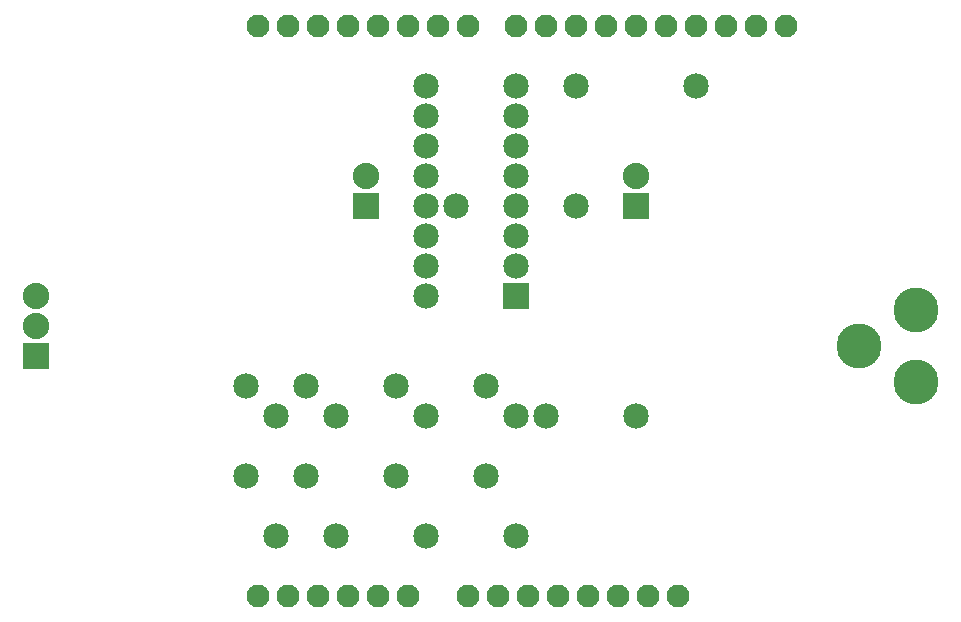
<source format=gts>
G04 MADE WITH FRITZING*
G04 WWW.FRITZING.ORG*
G04 DOUBLE SIDED*
G04 HOLES PLATED*
G04 CONTOUR ON CENTER OF CONTOUR VECTOR*
%ASAXBY*%
%FSLAX23Y23*%
%MOIN*%
%OFA0B0*%
%SFA1.0B1.0*%
%ADD10C,0.150000*%
%ADD11C,0.085000*%
%ADD12C,0.088000*%
%ADD13C,0.076194*%
%ADD14C,0.076222*%
%ADD15C,0.062306*%
%ADD16C,0.062333*%
%ADD17R,0.085000X0.085000*%
%ADD18R,0.088000X0.088000*%
%LNMASK1*%
G90*
G70*
G54D10*
X2976Y947D03*
X2976Y1187D03*
X2786Y1067D03*
G54D11*
X1644Y1233D03*
X1344Y1233D03*
X1644Y1333D03*
X1344Y1333D03*
X1644Y1433D03*
X1344Y1433D03*
X1644Y1533D03*
X1344Y1533D03*
X1644Y1633D03*
X1344Y1633D03*
X1644Y1733D03*
X1344Y1733D03*
X1644Y1833D03*
X1344Y1833D03*
X1644Y1933D03*
X1344Y1933D03*
X1044Y833D03*
X1044Y433D03*
X1344Y833D03*
X1344Y433D03*
X1644Y833D03*
X1644Y433D03*
X844Y833D03*
X844Y433D03*
X744Y933D03*
X744Y633D03*
X1244Y933D03*
X1244Y633D03*
X1544Y933D03*
X1544Y633D03*
X944Y933D03*
X944Y633D03*
G54D12*
X1144Y1533D03*
X1144Y1633D03*
X2044Y1533D03*
X2044Y1633D03*
X44Y1033D03*
X44Y1133D03*
X44Y1233D03*
G54D11*
X1844Y1933D03*
X2244Y1933D03*
X1744Y833D03*
X2044Y833D03*
X1444Y1533D03*
X1844Y1533D03*
G54D13*
X1184Y233D03*
X1084Y233D03*
X984Y233D03*
X884Y233D03*
X784Y233D03*
G54D14*
X1644Y2133D03*
X1744Y2133D03*
X1844Y2133D03*
X1944Y2133D03*
X2044Y2133D03*
X2144Y2133D03*
X2244Y2133D03*
X2344Y2133D03*
X2444Y2133D03*
X2544Y2133D03*
X784Y2133D03*
X884Y2133D03*
X984Y2133D03*
X1084Y2133D03*
X1184Y2133D03*
X1284Y2133D03*
X1384Y2133D03*
X1484Y2133D03*
G54D13*
X2084Y233D03*
X2184Y233D03*
X1984Y233D03*
X1884Y233D03*
X1784Y233D03*
X1684Y233D03*
X1584Y233D03*
X1484Y233D03*
X1284Y233D03*
G54D15*
X1184Y233D03*
X1084Y233D03*
X984Y233D03*
X884Y233D03*
X784Y233D03*
G54D16*
X1644Y2133D03*
X1744Y2133D03*
X1844Y2133D03*
X1944Y2133D03*
X2044Y2133D03*
X2144Y2133D03*
X2244Y2133D03*
X2344Y2133D03*
X2444Y2133D03*
X2544Y2133D03*
X784Y2133D03*
X884Y2133D03*
X984Y2133D03*
X1084Y2133D03*
X1184Y2133D03*
X1284Y2133D03*
X1384Y2133D03*
X1484Y2133D03*
G54D15*
X2084Y233D03*
X2184Y233D03*
X1984Y233D03*
X1884Y233D03*
X1784Y233D03*
X1684Y233D03*
X1584Y233D03*
X1484Y233D03*
X1284Y233D03*
G54D17*
X1644Y1233D03*
G54D18*
X1144Y1533D03*
X2044Y1533D03*
X44Y1033D03*
G04 End of Mask1*
M02*
</source>
